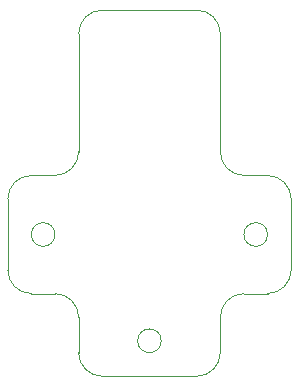
<source format=gbr>
%TF.GenerationSoftware,KiCad,Pcbnew,(6.0.5)*%
%TF.CreationDate,2022-08-05T23:57:32+09:00*%
%TF.ProjectId,ORION_enc_v1,4f52494f-4e5f-4656-9e63-5f76312e6b69,rev?*%
%TF.SameCoordinates,Original*%
%TF.FileFunction,Profile,NP*%
%FSLAX46Y46*%
G04 Gerber Fmt 4.6, Leading zero omitted, Abs format (unit mm)*
G04 Created by KiCad (PCBNEW (6.0.5)) date 2022-08-05 23:57:32*
%MOMM*%
%LPD*%
G01*
G04 APERTURE LIST*
%TA.AperFunction,Profile*%
%ADD10C,0.100000*%
%TD*%
G04 APERTURE END LIST*
D10*
X81000000Y-61000000D02*
G75*
G03*
X79000000Y-59000000I-2000000J0D01*
G01*
X63000000Y-71000000D02*
X63000000Y-74000000D01*
X57000000Y-67000000D02*
G75*
G03*
X59000000Y-69000000I2000000J0D01*
G01*
X59000000Y-69000000D02*
X61000000Y-69000000D01*
X73000000Y-45000000D02*
X65000000Y-45000000D01*
X79000000Y-64000000D02*
G75*
G03*
X79000000Y-64000000I-1000000J0D01*
G01*
X79000000Y-69000000D02*
G75*
G03*
X81000000Y-67000000I0J2000000D01*
G01*
X63000000Y-71000000D02*
G75*
G03*
X61000000Y-69000000I-2000000J0D01*
G01*
X75000000Y-57000000D02*
G75*
G03*
X77000000Y-59000000I2000000J0D01*
G01*
X77000000Y-69000000D02*
G75*
G03*
X75000000Y-71000000I0J-2000000D01*
G01*
X59000000Y-59000000D02*
G75*
G03*
X57000000Y-61000000I0J-2000000D01*
G01*
X75000000Y-74000000D02*
X75000000Y-71000000D01*
X65000000Y-45000000D02*
G75*
G03*
X63000000Y-47000000I0J-2000000D01*
G01*
X61000000Y-59000000D02*
X59000000Y-59000000D01*
X61000000Y-64000000D02*
G75*
G03*
X61000000Y-64000000I-1000000J0D01*
G01*
X79000000Y-59000000D02*
X77000000Y-59000000D01*
X70000000Y-73000000D02*
G75*
G03*
X70000000Y-73000000I-1000000J0D01*
G01*
X63000000Y-74000000D02*
G75*
G03*
X65000000Y-76000000I2000000J0D01*
G01*
X63000000Y-47000000D02*
X63000000Y-57000000D01*
X73000000Y-76000000D02*
G75*
G03*
X75000000Y-74000000I0J2000000D01*
G01*
X75000000Y-57000000D02*
X75000000Y-47000000D01*
X75000000Y-47000000D02*
G75*
G03*
X73000000Y-45000000I-2000000J0D01*
G01*
X57000000Y-61000000D02*
X57000000Y-67000000D01*
X61000000Y-59000000D02*
G75*
G03*
X63000000Y-57000000I0J2000000D01*
G01*
X81000000Y-67000000D02*
X81000000Y-61000000D01*
X77000000Y-69000000D02*
X79000000Y-69000000D01*
X65000000Y-76000000D02*
X73000000Y-76000000D01*
M02*

</source>
